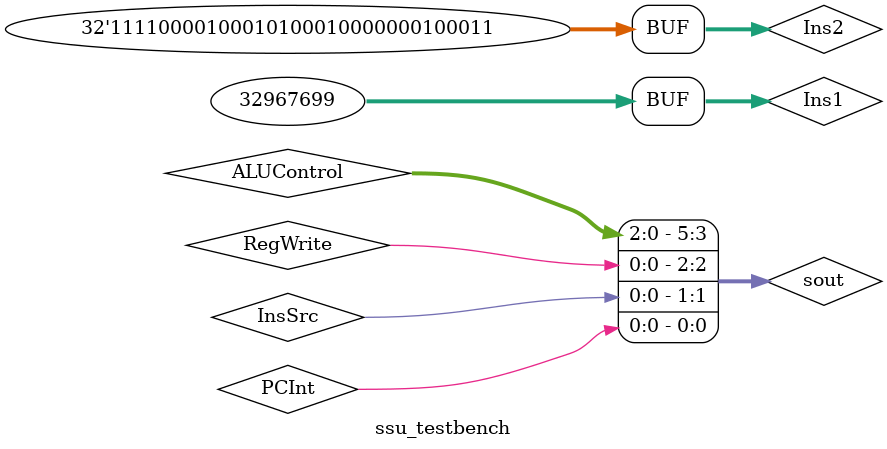
<source format=sv>
`timescale 1ns/1ps

module ssu_testbench;
logic [31:0] Ins1, Ins2;
logic [2:0] ALUControl;
logic RegWrite, InsSrc, PCInt;
logic [5:0] sout;

ssu ssu_dut(Ins1, Ins2, ALUControl, RegWrite, InsSrc, PCInt);

initial
begin
Ins1 = 32'b01000000100110010000001110110011; Ins2 = 32'b00000000100101000000001100110011;
#10; if(sout !== 6'b010_111) $display("add failed.");
Ins1 = 32'b00000000100101000000001100110011; Ins2 = 32'b01000000100110010000001110110011;
#10; if(sout !== 6'b110_111) $display("sub failed.");
Ins1 = 32'b00000010010000000000010000010011; Ins2 = 32'b00000001111101110111001010110011;
#10; if(sout !== 6'b000_111) $display("and failed.");
Ins1 = 32'b00000010010000000000010000010011; Ins2 = 32'b00000001111101110110001010110011;
#10; if(sout !== 6'b001_111) $display("or failed.");
Ins1 = 32'b00000000010100110110001110110011; Ins2 = 32'b00000001111101110010110000110011;
#10; if(sout !== 6'b111_111) $display("slt failed.");
Ins1 = 32'b00000001111101110010110000110011; Ins2 = 32'b00000001010100000111110000110011;
#10; if(sout !== 6'b010_000) $display("NA1 failed."); //rd
Ins1 = 32'b00000001111101110000110000010011; Ins2 = 32'b00000001010111000111000000110011;
#10; if(sout !== 6'b010_000) $display("NA2 failed."); //rs1
Ins1 = 32'b00000001111101110000110000010011; Ins2 = 32'b00000001100010101111000000110011;
#10; if(sout !== 6'b010_000) $display("NA3 failed."); //rs2
Ins1 = 32'b00000001111101110000110000010011; Ins2 = 32'b11110000100010100010000000100011;
#10; if(sout !== 6'b010_000) $display("NA4 failed."); //Ins2 NA
Ins2 = 32'b11110000100010100010000000100011; Ins1 = 32'b00000001111101110000110000010011;
#10; if(sout !== 6'b010_000) $display("NA5 failed."); //Ins1 NA
end

always_comb
sout = {ALUControl, RegWrite, InsSrc, PCInt};

initial
begin
$monitor("sout=%b", sout);
end
endmodule

</source>
